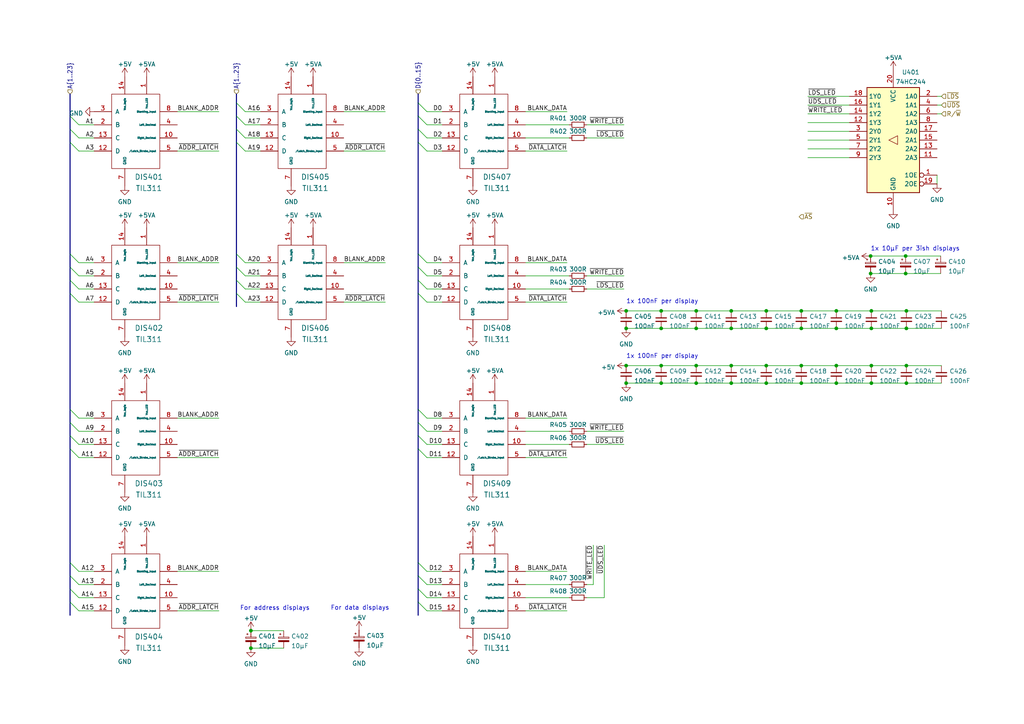
<source format=kicad_sch>
(kicad_sch (version 20210621) (generator eeschema)
  (paper "A4")
  (lib_symbols
    (symbol "74xx:74HC244"
      (property "Reference" "U" (at -7.62 16.51 0))
      (property "Value" "74HC244" (at -7.62 -16.51 0))
      (symbol "74HC244_1_0"
        (polyline (pts (xy 1.27 0) (xy -1.27 1.27) (xy -1.27 -1.27) (xy 1.27 0)) (stroke (width 0.1524)))
        (pin input inverted (at -12.7 -10.16 0) (length 5.08) (name "1OE") (number "1"))
        (pin power_in line (at 0 -20.32 90) (length 5.08) (name "GND") (number "10"))
        (pin input line (at -12.7 -5.08 0) (length 5.08) (name "2A3") (number "11"))
        (pin tri_state line (at 12.7 5.08 180) (length 5.08) (name "1Y3") (number "12"))
        (pin input line (at -12.7 -2.54 0) (length 5.08) (name "2A2") (number "13"))
        (pin tri_state line (at 12.7 7.62 180) (length 5.08) (name "1Y2") (number "14"))
        (pin input line (at -12.7 0 0) (length 5.08) (name "2A1") (number "15"))
        (pin tri_state line (at 12.7 10.16 180) (length 5.08) (name "1Y1") (number "16"))
        (pin input line (at -12.7 2.54 0) (length 5.08) (name "2A0") (number "17"))
        (pin tri_state line (at 12.7 12.7 180) (length 5.08) (name "1Y0") (number "18"))
        (pin input inverted (at -12.7 -12.7 0) (length 5.08) (name "2OE") (number "19"))
        (pin input line (at -12.7 12.7 0) (length 5.08) (name "1A0") (number "2"))
        (pin power_in line (at 0 20.32 270) (length 5.08) (name "VCC") (number "20"))
        (pin tri_state line (at 12.7 2.54 180) (length 5.08) (name "2Y0") (number "3"))
        (pin input line (at -12.7 10.16 0) (length 5.08) (name "1A1") (number "4"))
        (pin tri_state line (at 12.7 0 180) (length 5.08) (name "2Y1") (number "5"))
        (pin input line (at -12.7 7.62 0) (length 5.08) (name "1A2") (number "6"))
        (pin tri_state line (at 12.7 -2.54 180) (length 5.08) (name "2Y2") (number "7"))
        (pin input line (at -12.7 5.08 0) (length 5.08) (name "1A3") (number "8"))
        (pin tri_state line (at 12.7 -5.08 180) (length 5.08) (name "2Y3") (number "9"))
      )
      (symbol "74HC244_1_1"
        (rectangle (start -7.62 15.24) (end 7.62 -15.24) (stroke (width 0.254)) (fill (type background)))
      )
    )
    (symbol "Device:C_Polarized_Small" (pin_numbers hide) (pin_names (offset 0.254) hide)
      (property "Reference" "C" (at 0.254 1.778 0))
      (property "Value" "C_Polarized_Small" (at 0.254 -2.032 0))
      (symbol "C_Polarized_Small_0_1"
        (rectangle (start -1.524 -0.3048) (end 1.524 -0.6858) (fill (type outline)))
        (rectangle (start -1.524 0.6858) (end 1.524 0.3048))
        (polyline (pts (xy -1.27 1.524) (xy -0.762 1.524)))
        (polyline (pts (xy -1.016 1.27) (xy -1.016 1.778)))
      )
      (symbol "C_Polarized_Small_1_1"
        (pin passive line (at 0 2.54 270) (length 1.8542) (name "~") (number "1"))
        (pin passive line (at 0 -2.54 90) (length 1.8542) (name "~") (number "2"))
      )
    )
    (symbol "Device:C_Small" (pin_numbers hide) (pin_names (offset 0.254) hide)
      (property "Reference" "C" (at 0.254 1.778 0))
      (property "Value" "C_Small" (at 0.254 -2.032 0))
      (symbol "C_Small_0_1"
        (polyline (pts (xy -1.524 -0.508) (xy 1.524 -0.508)) (stroke (width 0.3302)))
        (polyline (pts (xy -1.524 0.508) (xy 1.524 0.508)) (stroke (width 0.3048)))
      )
      (symbol "C_Small_1_1"
        (pin passive line (at 0 2.54 270) (length 2.032) (name "~") (number "1"))
        (pin passive line (at 0 -2.54 90) (length 2.032) (name "~") (number "2"))
      )
    )
    (symbol "Device:R_Small" (pin_numbers hide) (pin_names (offset 0.254) hide)
      (property "Reference" "R" (at 0.762 0.508 0))
      (property "Value" "R_Small" (at 0.762 -1.016 0))
      (symbol "R_Small_0_1"
        (rectangle (start -0.762 1.778) (end 0.762 -1.778) (stroke (width 0.2032)))
      )
      (symbol "R_Small_1_1"
        (pin passive line (at 0 2.54 270) (length 0.762) (name "~") (number "1"))
        (pin passive line (at 0 -2.54 90) (length 0.762) (name "~") (number "2"))
      )
    )
    (symbol "led-displays-obsolete:TIL311" (pin_names (offset 1.016))
      (property "Reference" "DIS" (at -16.51 -17.78 0))
      (property "Value" "TIL311" (at 0 0 90))
      (symbol "TIL311_0_1"
        (rectangle (start 7.62 -11.43) (end -6.35 10.16))
      )
      (symbol "TIL311_1_1"
        (pin power_in line (at 3.81 15.24 270) (length 5.08) (name "Vcc_LED") (number "1"))
        (pin output line (at 12.7 -2.54 180) (length 5.08) (name "Right_Decimal") (number "10"))
        (pin input line (at -11.43 -6.35 0) (length 5.08) (name "D") (number "12"))
        (pin input line (at -11.43 -2.54 0) (length 5.08) (name "C") (number "13"))
        (pin power_in line (at -2.54 15.24 270) (length 5.08) (name "Vcc_logic") (number "14"))
        (pin input line (at -11.43 1.27 0) (length 5.08) (name "B") (number "2"))
        (pin input line (at -11.43 5.08 0) (length 5.08) (name "A") (number "3"))
        (pin output line (at 12.7 1.27 180) (length 5.08) (name "Left_Decimal") (number "4"))
        (pin input line (at 12.7 -6.35 180) (length 5.08) (name "/Latch_Strobe_Input") (number "5"))
        (pin power_out line (at -2.54 -16.51 90) (length 5.08) (name "GND") (number "7"))
        (pin input line (at 12.7 5.08 180) (length 5.08) (name "Blanking_Input") (number "8"))
      )
    )
    (symbol "power:+5V" (power) (pin_names (offset 0))
      (property "Value" "+5V" (at 0 3.556 0))
      (symbol "+5V_0_1"
        (polyline (pts (xy -0.762 1.27) (xy 0 2.54)))
        (polyline (pts (xy 0 0) (xy 0 2.54)))
        (polyline (pts (xy 0 2.54) (xy 0.762 1.27)))
      )
      (symbol "+5V_1_1"
        (pin power_in line (at 0 0 90) (length 0) hide (name "+5V") (number "1"))
      )
    )
    (symbol "power:+5VA" (power) (pin_names (offset 0))
      (property "Value" "+5VA" (at 0 3.556 0))
      (symbol "+5VA_0_1"
        (polyline (pts (xy -0.762 1.27) (xy 0 2.54)))
        (polyline (pts (xy 0 0) (xy 0 2.54)))
        (polyline (pts (xy 0 2.54) (xy 0.762 1.27)))
      )
      (symbol "+5VA_1_1"
        (pin power_in line (at 0 0 90) (length 0) hide (name "+5VA") (number "1"))
      )
    )
    (symbol "power:GND" (power) (pin_names (offset 0))
      (property "Value" "GND" (at 0 -3.81 0))
      (symbol "GND_0_1"
        (polyline (pts (xy 0 0) (xy 0 -1.27) (xy 1.27 -1.27) (xy 0 -2.54) (xy -1.27 -1.27) (xy 0 -1.27)))
      )
      (symbol "GND_1_1"
        (pin power_in line (at 0 0 270) (length 0) hide (name "GND") (number "1"))
      )
    )
  )
  (junction (at 191.77 106.045))
  (junction (at 262.89 95.25))
  (junction (at 222.25 106.045))
  (junction (at 252.73 95.25))
  (junction (at 201.93 95.25))
  (junction (at 232.41 95.25))
  (junction (at 262.89 90.17))
  (junction (at 212.09 95.25))
  (junction (at 252.73 111.125))
  (junction (at 212.09 90.17))
  (junction (at 212.09 106.045))
  (junction (at 252.73 90.17))
  (junction (at 181.61 106.045))
  (junction (at 201.93 106.045))
  (junction (at 222.25 111.125))
  (junction (at 181.61 111.125))
  (junction (at 72.771 187.9984))
  (junction (at 242.57 95.25))
  (junction (at 242.57 90.17))
  (junction (at 262.6741 74.2566))
  (junction (at 181.61 95.25))
  (junction (at 222.25 95.25))
  (junction (at 222.25 90.17))
  (junction (at 262.89 106.045))
  (junction (at 72.771 182.9184))
  (junction (at 201.93 111.125))
  (junction (at 212.09 111.125))
  (junction (at 181.61 90.17))
  (junction (at 232.41 106.045))
  (junction (at 191.77 95.25))
  (junction (at 191.77 111.125))
  (junction (at 252.73 106.045))
  (junction (at 262.89 111.125))
  (junction (at 242.57 106.045))
  (junction (at 191.77 90.17))
  (junction (at 252.5141 79.3366))
  (junction (at 201.93 90.17))
  (junction (at 232.41 111.125))
  (junction (at 232.41 90.17))
  (junction (at 242.57 111.125))
  (junction (at 252.5141 74.2566))
  (junction (at 262.6741 79.3366))
  (bus_entry (at 20.32 81.28) (size 2.54 2.54))
  (bus_entry (at 20.32 85.09) (size 2.54 2.54))
  (bus_entry (at 20.32 170.815) (size 2.54 2.54))
  (bus_entry (at 20.32 77.47) (size 2.54 2.54))
  (bus_entry (at 121.285 167.005) (size 2.54 2.54))
  (bus_entry (at 68.58 85.09) (size 2.54 2.54))
  (bus_entry (at 121.285 77.47) (size 2.54 2.54))
  (bus_entry (at 20.32 122.555) (size 2.54 2.54))
  (bus_entry (at 20.32 33.655) (size 2.54 2.54))
  (bus_entry (at 121.285 130.175) (size 2.54 2.54))
  (bus_entry (at 20.32 73.66) (size 2.54 2.54))
  (bus_entry (at 68.58 81.28) (size 2.54 2.54))
  (bus_entry (at 121.285 170.815) (size 2.54 2.54))
  (bus_entry (at 121.285 37.465) (size 2.54 2.54))
  (bus_entry (at 68.58 73.66) (size 2.54 2.54))
  (bus_entry (at 68.58 77.47) (size 2.54 2.54))
  (bus_entry (at 121.285 33.655) (size 2.54 2.54))
  (bus_entry (at 121.285 126.365) (size 2.54 2.54))
  (bus_entry (at 68.58 29.845) (size 2.54 2.54))
  (bus_entry (at 20.32 163.195) (size 2.54 2.54))
  (bus_entry (at 121.285 29.845) (size 2.54 2.54))
  (bus_entry (at 121.285 118.745) (size 2.54 2.54))
  (bus_entry (at 20.32 41.275) (size 2.54 2.54))
  (bus_entry (at 20.32 118.745) (size 2.54 2.54))
  (bus_entry (at 121.285 174.625) (size 2.54 2.54))
  (bus_entry (at 121.285 122.555) (size 2.54 2.54))
  (bus_entry (at 68.58 37.465) (size 2.54 2.54))
  (bus_entry (at 121.285 73.66) (size 2.54 2.54))
  (bus_entry (at 20.32 130.175) (size 2.54 2.54))
  (bus_entry (at 121.285 85.09) (size 2.54 2.54))
  (bus_entry (at 68.58 33.655) (size 2.54 2.54))
  (bus_entry (at 20.32 167.005) (size 2.54 2.54))
  (bus_entry (at 20.32 174.625) (size 2.54 2.54))
  (bus_entry (at 68.58 41.275) (size 2.54 2.54))
  (bus_entry (at 20.32 126.365) (size 2.54 2.54))
  (bus_entry (at 121.285 81.28) (size 2.54 2.54))
  (bus_entry (at 121.285 163.195) (size 2.54 2.54))
  (bus_entry (at 20.32 37.465) (size 2.54 2.54))
  (bus_entry (at 121.285 41.275) (size 2.54 2.54))
  (bus (pts (xy 68.58 27.305) (xy 68.58 29.845)))
  (wire (pts (xy 123.825 43.815) (xy 128.27 43.815)))
  (bus (pts (xy 20.32 33.655) (xy 20.32 37.465)))
  (bus (pts (xy 20.32 41.275) (xy 20.32 73.66)))
  (wire (pts (xy 212.09 95.25) (xy 222.25 95.25)))
  (wire (pts (xy 234.315 30.48) (xy 246.38 30.48)))
  (wire (pts (xy 234.315 27.94) (xy 246.38 27.94)))
  (wire (pts (xy 51.435 121.285) (xy 63.5 121.285)))
  (bus (pts (xy 20.32 130.175) (xy 20.32 163.195)))
  (wire (pts (xy 22.86 36.195) (xy 27.305 36.195)))
  (wire (pts (xy 252.73 95.25) (xy 262.89 95.25)))
  (wire (pts (xy 123.825 87.63) (xy 128.27 87.63)))
  (wire (pts (xy 51.435 177.165) (xy 63.5 177.165)))
  (bus (pts (xy 68.58 73.66) (xy 68.58 77.47)))
  (wire (pts (xy 22.86 128.905) (xy 27.305 128.905)))
  (wire (pts (xy 234.315 38.1) (xy 246.38 38.1)))
  (wire (pts (xy 170.18 173.355) (xy 175.26 173.355)))
  (bus (pts (xy 121.285 122.555) (xy 121.285 126.365)))
  (wire (pts (xy 152.4 87.63) (xy 164.465 87.63)))
  (wire (pts (xy 22.86 76.2) (xy 27.305 76.2)))
  (bus (pts (xy 68.58 81.28) (xy 68.58 85.09)))
  (wire (pts (xy 271.78 27.94) (xy 273.05 27.94)))
  (wire (pts (xy 22.86 177.165) (xy 27.305 177.165)))
  (wire (pts (xy 152.4 177.165) (xy 164.465 177.165)))
  (bus (pts (xy 20.32 174.625) (xy 20.32 178.435)))
  (wire (pts (xy 234.315 40.64) (xy 246.38 40.64)))
  (wire (pts (xy 170.18 80.01) (xy 180.975 80.01)))
  (bus (pts (xy 121.285 81.28) (xy 121.285 85.09)))
  (wire (pts (xy 232.41 90.17) (xy 242.57 90.17)))
  (bus (pts (xy 68.58 85.09) (xy 68.58 88.9)))
  (wire (pts (xy 152.4 32.385) (xy 164.465 32.385)))
  (wire (pts (xy 152.4 132.715) (xy 164.465 132.715)))
  (wire (pts (xy 170.18 83.82) (xy 180.975 83.82)))
  (bus (pts (xy 121.285 163.195) (xy 121.285 167.005)))
  (wire (pts (xy 212.09 106.045) (xy 222.25 106.045)))
  (wire (pts (xy 201.93 106.045) (xy 212.09 106.045)))
  (wire (pts (xy 222.25 106.045) (xy 232.41 106.045)))
  (wire (pts (xy 232.41 106.045) (xy 242.57 106.045)))
  (wire (pts (xy 181.61 106.045) (xy 191.77 106.045)))
  (wire (pts (xy 262.89 106.045) (xy 273.05 106.045)))
  (wire (pts (xy 252.73 106.045) (xy 262.89 106.045)))
  (wire (pts (xy 242.57 106.045) (xy 252.73 106.045)))
  (wire (pts (xy 191.77 106.045) (xy 201.93 106.045)))
  (wire (pts (xy 51.435 132.715) (xy 63.5 132.715)))
  (wire (pts (xy 71.12 32.385) (xy 75.565 32.385)))
  (bus (pts (xy 20.32 167.005) (xy 20.32 170.815)))
  (wire (pts (xy 123.825 80.01) (xy 128.27 80.01)))
  (bus (pts (xy 68.58 77.47) (xy 68.58 81.28)))
  (wire (pts (xy 262.6741 74.2566) (xy 272.8341 74.2566)))
  (wire (pts (xy 252.5141 74.2566) (xy 262.6741 74.2566)))
  (wire (pts (xy 123.825 76.2) (xy 128.27 76.2)))
  (wire (pts (xy 232.41 95.25) (xy 242.57 95.25)))
  (bus (pts (xy 121.285 29.845) (xy 121.285 33.655)))
  (wire (pts (xy 99.695 43.815) (xy 111.76 43.815)))
  (bus (pts (xy 20.32 170.815) (xy 20.32 174.625)))
  (wire (pts (xy 22.86 80.01) (xy 27.305 80.01)))
  (wire (pts (xy 152.4 128.905) (xy 165.1 128.905)))
  (wire (pts (xy 71.12 87.63) (xy 75.565 87.63)))
  (wire (pts (xy 22.86 43.815) (xy 27.305 43.815)))
  (wire (pts (xy 242.57 95.25) (xy 252.73 95.25)))
  (wire (pts (xy 123.825 165.735) (xy 128.27 165.735)))
  (wire (pts (xy 234.315 33.02) (xy 246.38 33.02)))
  (bus (pts (xy 20.32 118.745) (xy 20.32 122.555)))
  (wire (pts (xy 71.12 43.815) (xy 75.565 43.815)))
  (wire (pts (xy 22.86 87.63) (xy 27.305 87.63)))
  (wire (pts (xy 123.825 132.715) (xy 128.27 132.715)))
  (wire (pts (xy 71.12 36.195) (xy 75.565 36.195)))
  (wire (pts (xy 123.825 177.165) (xy 128.27 177.165)))
  (wire (pts (xy 51.435 87.63) (xy 63.5 87.63)))
  (wire (pts (xy 181.61 90.17) (xy 191.77 90.17)))
  (bus (pts (xy 121.285 85.09) (xy 121.285 118.745)))
  (wire (pts (xy 242.57 90.17) (xy 252.73 90.17)))
  (bus (pts (xy 121.285 174.625) (xy 121.285 178.435)))
  (wire (pts (xy 123.825 121.285) (xy 128.27 121.285)))
  (wire (pts (xy 99.695 87.63) (xy 111.76 87.63)))
  (wire (pts (xy 170.18 40.005) (xy 180.975 40.005)))
  (bus (pts (xy 68.58 33.655) (xy 68.58 37.465)))
  (wire (pts (xy 123.825 83.82) (xy 128.27 83.82)))
  (wire (pts (xy 222.25 90.17) (xy 232.41 90.17)))
  (wire (pts (xy 123.825 173.355) (xy 128.27 173.355)))
  (bus (pts (xy 121.285 170.815) (xy 121.285 174.625)))
  (bus (pts (xy 20.32 126.365) (xy 20.32 130.175)))
  (bus (pts (xy 20.32 37.465) (xy 20.32 41.275)))
  (bus (pts (xy 20.32 81.28) (xy 20.32 85.09)))
  (wire (pts (xy 71.12 76.2) (xy 75.565 76.2)))
  (bus (pts (xy 121.285 37.465) (xy 121.285 41.275)))
  (bus (pts (xy 20.32 73.66) (xy 20.32 77.47)))
  (wire (pts (xy 152.4 43.815) (xy 164.465 43.815)))
  (wire (pts (xy 99.695 76.2) (xy 111.76 76.2)))
  (bus (pts (xy 121.285 73.66) (xy 121.285 77.47)))
  (wire (pts (xy 51.435 43.815) (xy 63.5 43.815)))
  (bus (pts (xy 121.285 27.305) (xy 121.285 29.845)))
  (bus (pts (xy 121.285 167.005) (xy 121.285 170.815)))
  (wire (pts (xy 222.25 95.25) (xy 232.41 95.25)))
  (wire (pts (xy 22.86 40.005) (xy 27.305 40.005)))
  (wire (pts (xy 271.78 30.48) (xy 273.05 30.48)))
  (wire (pts (xy 152.4 173.355) (xy 165.1 173.355)))
  (bus (pts (xy 121.285 118.745) (xy 121.285 122.555)))
  (bus (pts (xy 121.285 77.47) (xy 121.285 81.28)))
  (bus (pts (xy 121.285 41.275) (xy 121.285 73.66)))
  (wire (pts (xy 51.435 165.735) (xy 63.5 165.735)))
  (bus (pts (xy 68.58 29.845) (xy 68.58 33.655)))
  (wire (pts (xy 252.73 90.17) (xy 262.89 90.17)))
  (wire (pts (xy 22.86 125.095) (xy 27.305 125.095)))
  (wire (pts (xy 22.86 169.545) (xy 27.305 169.545)))
  (wire (pts (xy 152.4 165.735) (xy 164.465 165.735)))
  (wire (pts (xy 201.93 90.17) (xy 212.09 90.17)))
  (wire (pts (xy 271.78 33.02) (xy 273.05 33.02)))
  (wire (pts (xy 234.315 43.18) (xy 246.38 43.18)))
  (bus (pts (xy 121.285 126.365) (xy 121.285 130.175)))
  (bus (pts (xy 121.285 130.175) (xy 121.285 163.195)))
  (wire (pts (xy 201.93 95.25) (xy 212.09 95.25)))
  (wire (pts (xy 262.89 95.25) (xy 273.05 95.25)))
  (bus (pts (xy 20.32 85.09) (xy 20.32 118.745)))
  (wire (pts (xy 22.86 165.735) (xy 27.305 165.735)))
  (wire (pts (xy 99.695 32.385) (xy 111.76 32.385)))
  (wire (pts (xy 72.771 182.9184) (xy 82.296 182.9184)))
  (wire (pts (xy 152.4 125.095) (xy 165.1 125.095)))
  (wire (pts (xy 152.4 121.285) (xy 164.465 121.285)))
  (wire (pts (xy 191.77 95.25) (xy 201.93 95.25)))
  (wire (pts (xy 123.825 128.905) (xy 128.27 128.905)))
  (wire (pts (xy 252.5141 79.3366) (xy 262.6741 79.3366)))
  (wire (pts (xy 262.6741 79.3366) (xy 272.8341 79.3366)))
  (bus (pts (xy 68.58 37.465) (xy 68.58 41.275)))
  (wire (pts (xy 123.825 125.095) (xy 128.27 125.095)))
  (wire (pts (xy 170.18 125.095) (xy 180.975 125.095)))
  (wire (pts (xy 175.26 158.115) (xy 175.26 173.355)))
  (bus (pts (xy 20.32 122.555) (xy 20.32 126.365)))
  (wire (pts (xy 22.86 173.355) (xy 27.305 173.355)))
  (wire (pts (xy 191.77 90.17) (xy 201.93 90.17)))
  (bus (pts (xy 20.32 77.47) (xy 20.32 81.28)))
  (wire (pts (xy 152.4 76.2) (xy 164.465 76.2)))
  (wire (pts (xy 234.315 45.72) (xy 246.38 45.72)))
  (wire (pts (xy 51.435 76.2) (xy 63.5 76.2)))
  (wire (pts (xy 181.61 95.25) (xy 191.77 95.25)))
  (bus (pts (xy 20.32 163.195) (xy 20.32 167.005)))
  (wire (pts (xy 123.825 169.545) (xy 128.27 169.545)))
  (wire (pts (xy 71.12 80.01) (xy 75.565 80.01)))
  (wire (pts (xy 152.4 80.01) (xy 165.1 80.01)))
  (wire (pts (xy 22.86 83.82) (xy 27.305 83.82)))
  (wire (pts (xy 170.18 128.905) (xy 180.975 128.905)))
  (wire (pts (xy 212.09 90.17) (xy 222.25 90.17)))
  (bus (pts (xy 68.58 41.275) (xy 68.58 73.66)))
  (wire (pts (xy 152.4 169.545) (xy 165.1 169.545)))
  (wire (pts (xy 22.86 132.715) (xy 27.305 132.715)))
  (wire (pts (xy 262.89 90.17) (xy 273.05 90.17)))
  (wire (pts (xy 170.18 36.195) (xy 180.975 36.195)))
  (wire (pts (xy 172.085 169.545) (xy 172.085 158.115)))
  (wire (pts (xy 170.18 169.545) (xy 172.085 169.545)))
  (wire (pts (xy 72.771 187.9984) (xy 82.296 187.9984)))
  (wire (pts (xy 22.86 121.285) (xy 27.305 121.285)))
  (bus (pts (xy 20.32 27.305) (xy 20.32 33.655)))
  (wire (pts (xy 152.4 36.195) (xy 165.1 36.195)))
  (wire (pts (xy 123.825 32.385) (xy 128.27 32.385)))
  (wire (pts (xy 152.4 40.005) (xy 165.1 40.005)))
  (wire (pts (xy 71.12 83.82) (xy 75.565 83.82)))
  (wire (pts (xy 271.78 50.8) (xy 271.78 53.34)))
  (wire (pts (xy 123.825 36.195) (xy 128.27 36.195)))
  (wire (pts (xy 234.315 35.56) (xy 246.38 35.56)))
  (wire (pts (xy 152.4 83.82) (xy 165.1 83.82)))
  (wire (pts (xy 123.825 40.005) (xy 128.27 40.005)))
  (bus (pts (xy 121.285 33.655) (xy 121.285 37.465)))
  (wire (pts (xy 51.435 32.385) (xy 63.5 32.385)))
  (wire (pts (xy 212.09 111.125) (xy 222.25 111.125)))
  (wire (pts (xy 201.93 111.125) (xy 212.09 111.125)))
  (wire (pts (xy 222.25 111.125) (xy 232.41 111.125)))
  (wire (pts (xy 232.41 111.125) (xy 242.57 111.125)))
  (wire (pts (xy 181.61 111.125) (xy 191.77 111.125)))
  (wire (pts (xy 252.73 111.125) (xy 262.89 111.125)))
  (wire (pts (xy 262.89 111.125) (xy 273.05 111.125)))
  (wire (pts (xy 242.57 111.125) (xy 252.73 111.125)))
  (wire (pts (xy 191.77 111.125) (xy 201.93 111.125)))
  (wire (pts (xy 71.12 40.005) (xy 75.565 40.005)))
  (text "1x 10µF per 3ish displays" (at 252.5141 72.9866 0) (effects (font (size 1.27 1.27)) (justify left bottom)))
  (text "1x 100nF per display" (at 181.61 104.14 0) (effects (font (size 1.27 1.27)) (justify left bottom)))
  (text "For address displays" (at 69.596 177.2034 0) (effects (font (size 1.27 1.27)) (justify left bottom)))
  (text "1x 100nF per display" (at 181.61 88.265 0) (effects (font (size 1.27 1.27)) (justify left bottom)))
  (text "For data displays" (at 95.885 177.165 0) (effects (font (size 1.27 1.27)) (justify left bottom)))
  (label "~{DATA_LATCH}" (at 164.465 43.815 180))
  (label "A4" (at 27.305 76.2 180))
  (label "~{ADDR_LATCH}" (at 63.5 43.815 180))
  (label "A22" (at 75.565 83.82 180))
  (label "~{ADDR_LATCH}" (at 111.76 87.63 180))
  (label "D0" (at 128.27 32.385 180))
  (label "A12" (at 27.305 165.735 180))
  (label "~{LDS_LED}" (at 180.975 83.82 180))
  (label "D14" (at 128.27 173.355 180))
  (label "~{ADDR_LATCH}" (at 63.5 87.63 180))
  (label "A16" (at 75.565 32.385 180))
  (label "A7" (at 27.305 87.63 180))
  (label "D3" (at 128.27 43.815 180))
  (label "~{WRITE_LED}" (at 172.085 158.115 270))
  (label "~{WRITE_LED}" (at 180.975 80.01 180))
  (label "D1" (at 128.27 36.195 180))
  (label "A20" (at 75.565 76.2 180))
  (label "~{WRITE_LED}" (at 180.975 36.195 180))
  (label "A6" (at 27.305 83.82 180))
  (label "A11" (at 27.305 132.715 180))
  (label "D8" (at 128.27 121.285 180))
  (label "D2" (at 128.27 40.005 180))
  (label "D10" (at 128.27 128.905 180))
  (label "A5" (at 27.305 80.01 180))
  (label "BLANK_ADDR" (at 63.5 76.2 180))
  (label "A1" (at 27.305 36.195 180))
  (label "~{UDS_LED}" (at 180.975 128.905 180))
  (label "~{DATA_LATCH}" (at 164.465 87.63 180))
  (label "BLANK_ADDR" (at 63.5 165.735 180))
  (label "~{LDS_LED}" (at 180.975 40.005 180))
  (label "D5" (at 128.27 80.01 180))
  (label "D13" (at 128.27 169.545 180))
  (label "BLANK_ADDR" (at 111.76 76.2 180))
  (label "A9" (at 27.305 125.095 180))
  (label "BLANK_DATA" (at 164.465 76.2 180))
  (label "~{DATA_LATCH}" (at 164.465 177.165 180))
  (label "BLANK_ADDR" (at 63.5 32.385 180))
  (label "D9" (at 128.27 125.095 180))
  (label "D6" (at 128.27 83.82 180))
  (label "~{DATA_LATCH}" (at 164.465 132.715 180))
  (label "~{LDS_LED}" (at 234.315 27.94 0))
  (label "~{WRITE_LED}" (at 180.975 125.095 180))
  (label "A13" (at 27.305 169.545 180))
  (label "~{ADDR_LATCH}" (at 63.5 132.715 180))
  (label "BLANK_ADDR" (at 63.5 121.285 180))
  (label "~{ADDR_LATCH}" (at 111.76 43.815 180))
  (label "A10" (at 27.305 128.905 180))
  (label "~{UDS_LED}" (at 234.315 30.48 0))
  (label "A23" (at 75.565 87.63 180))
  (label "D15" (at 128.27 177.165 180))
  (label "A15" (at 27.305 177.165 180))
  (label "~{WRITE_LED}" (at 234.315 33.02 0))
  (label "BLANK_ADDR" (at 111.76 32.385 180))
  (label "D7" (at 128.27 87.63 180))
  (label "D4" (at 128.27 76.2 180))
  (label "BLANK_DATA" (at 164.465 121.285 180))
  (label "~{ADDR_LATCH}" (at 63.5 177.165 180))
  (label "A18" (at 75.565 40.005 180))
  (label "A3" (at 27.305 43.815 180))
  (label "~{UDS_LED}" (at 175.26 158.115 270))
  (label "BLANK_DATA" (at 164.465 32.385 180))
  (label "A21" (at 75.565 80.01 180))
  (label "A19" (at 75.565 43.815 180))
  (label "A8" (at 27.305 121.285 180))
  (label "A2" (at 27.305 40.005 180))
  (label "D11" (at 128.27 132.715 180))
  (label "A14" (at 27.305 173.355 180))
  (label "A17" (at 75.565 36.195 180))
  (label "D12" (at 128.27 165.735 180))
  (label "BLANK_DATA" (at 164.465 165.735 180))
  (hierarchical_label "R{slash}~{W}" (shape input) (at 273.05 33.02 0))
  (hierarchical_label "~{LDS}" (shape input) (at 273.05 27.94 0))
  (hierarchical_label "D{0..15}" (shape input) (at 121.285 27.305 90))
  (hierarchical_label "~{AS}" (shape input) (at 231.775 62.865 0))
  (hierarchical_label "~{UDS}" (shape input) (at 273.05 30.48 0))
  (hierarchical_label "A{1..23}" (shape input) (at 20.32 27.305 90))
  (hierarchical_label "A{1..23}" (shape input) (at 68.58 27.305 90))
  (symbol (lib_id "power:GND") (at 36.195 187.325 0) (unit 1)
    (property "Reference" "#PWR0409" (effects hide))
    (property "Value" "GND" (at 36.195 191.8874 0))
  )
  (symbol (lib_id "led-displays-obsolete:TIL311") (at 139.7 37.465 0) (unit 1)
    (property "Reference" "DIS407" (at 144.145 51.331 0) (effects (font (size 1.524 1.524))))
    (property "Value" "TIL311" (at 144.145 54.61 0) (effects (font (size 1.524 1.524))))
    (property "Footprint" "led-displays-obsolete:TIL311" (effects hide))
  )
  (symbol (lib_id "led-displays-obsolete:TIL311") (at 38.735 37.465 0) (unit 1)
    (property "Reference" "DIS401" (at 43.18 51.331 0) (effects (font (size 1.524 1.524))))
    (property "Value" "TIL311" (at 43.18 54.61 0) (effects (font (size 1.524 1.524))))
    (property "Footprint" "led-displays-obsolete:TIL311" (effects hide))
  )
  (symbol (lib_id "power:+5VA") (at 42.545 155.575 0) (unit 1)
    (property "Reference" "#PWR0413" (effects hide))
    (property "Value" "+5VA" (at 42.545 151.9705 0))
  )
  (symbol (lib_id "power:GND") (at 181.61 95.25 0) (unit 1)
    (property "Reference" "#PWR0439" (effects hide))
    (property "Value" "GND" (at 181.61 99.8124 0))
  )
  (symbol (lib_id "power:+5VA") (at 252.5141 74.2566 90) (unit 1)
    (property "Reference" "#PWR0436" (effects hide))
    (property "Value" "+5VA" (at 249.3391 74.7356 90) (effects (justify left)))
  )
  (symbol (lib_id "power:+5V") (at 72.771 182.9184 0) (unit 1)
    (property "Reference" "#PWR0414" (effects hide))
    (property "Value" "+5V" (at 72.771 179.3139 0))
  )
  (symbol (lib_id "power:GND") (at 181.61 111.125 0) (unit 1)
    (property "Reference" "#PWR0441" (effects hide))
    (property "Value" "GND" (at 181.61 115.6874 0))
  )
  (symbol (lib_id "Device:R_Small") (at 167.64 169.545 90) (unit 1)
    (property "Reference" "R407" (at 161.925 167.64 90))
    (property "Value" "300R" (at 167.64 167.617 90))
    (property "Footprint" "Resistor_SMD:R_0805_2012Metric" (effects hide))
  )
  (symbol (lib_id "Device:R_Small") (at 167.64 36.195 90) (unit 1)
    (property "Reference" "R401" (at 161.925 34.29 90))
    (property "Value" "300R" (at 167.64 34.267 90))
    (property "Footprint" "Resistor_SMD:R_0805_2012Metric" (effects hide))
  )
  (symbol (lib_id "Device:C_Small") (at 252.73 108.585 0) (unit 1)
    (property "Reference" "C422" (at 255.0541 107.6765 0) (effects (justify left)))
    (property "Value" "100nF" (at 255.0541 110.4516 0) (effects (justify left)))
    (property "Footprint" "Capacitor_SMD:C_0805_2012Metric" (effects hide))
  )
  (symbol (lib_id "led-displays-obsolete:TIL311") (at 86.995 81.28 0) (unit 1)
    (property "Reference" "DIS406" (at 91.44 95.146 0) (effects (font (size 1.524 1.524))))
    (property "Value" "TIL311" (at 91.44 98.425 0) (effects (font (size 1.524 1.524))))
    (property "Footprint" "led-displays-obsolete:TIL311" (effects hide))
  )
  (symbol (lib_id "Device:C_Polarized_Small") (at 104.14 185.3026 0) (unit 1)
    (property "Reference" "C403" (at 106.299 184.3941 0) (effects (justify left)))
    (property "Value" "10µF" (at 106.299 187.1692 0) (effects (justify left)))
    (property "Footprint" "Capacitor_Tantalum_SMD:CP_EIA-3528-21_Kemet-B" (effects hide))
    (property "MPN" "TAJB106K025SNJ" (effects hide))
  )
  (symbol (lib_id "Device:C_Small") (at 191.77 92.71 0) (unit 1)
    (property "Reference" "C408" (at 194.0941 91.8015 0) (effects (justify left)))
    (property "Value" "100nF" (at 194.0941 94.5766 0) (effects (justify left)))
    (property "Footprint" "Capacitor_SMD:C_0805_2012Metric" (effects hide))
  )
  (symbol (lib_id "power:GND") (at 36.195 53.975 0) (unit 1)
    (property "Reference" "#PWR0403" (effects hide))
    (property "Value" "GND" (at 36.195 58.5374 0))
  )
  (symbol (lib_id "Device:C_Small") (at 222.25 92.71 0) (unit 1)
    (property "Reference" "C415" (at 224.5741 91.8015 0) (effects (justify left)))
    (property "Value" "100nF" (at 224.5741 94.5766 0) (effects (justify left)))
    (property "Footprint" "Capacitor_SMD:C_0805_2012Metric" (effects hide))
  )
  (symbol (lib_id "power:+5V") (at 84.455 66.04 0) (unit 1)
    (property "Reference" "#PWR0418" (effects hide))
    (property "Value" "+5V" (at 84.455 62.4355 0))
  )
  (symbol (lib_id "Device:R_Small") (at 167.64 173.355 90) (unit 1)
    (property "Reference" "R408" (at 161.925 171.45 90))
    (property "Value" "300R" (at 167.64 171.427 90))
    (property "Footprint" "Resistor_SMD:R_0805_2012Metric" (effects hide))
  )
  (symbol (lib_id "power:+5VA") (at 90.805 22.225 0) (unit 1)
    (property "Reference" "#PWR0420" (effects hide))
    (property "Value" "+5VA" (at 90.805 18.6205 0))
  )
  (symbol (lib_id "led-displays-obsolete:TIL311") (at 38.735 81.28 0) (unit 1)
    (property "Reference" "DIS402" (at 43.18 95.146 0) (effects (font (size 1.524 1.524))))
    (property "Value" "TIL311" (at 43.18 98.425 0) (effects (font (size 1.524 1.524))))
    (property "Footprint" "led-displays-obsolete:TIL311" (effects hide))
  )
  (symbol (lib_id "power:GND") (at 36.195 142.875 0) (unit 1)
    (property "Reference" "#PWR0407" (effects hide))
    (property "Value" "GND" (at 36.195 147.4374 0))
  )
  (symbol (lib_id "power:GND") (at 259.08 60.96 0) (unit 1)
    (property "Reference" "#PWR0443" (effects hide))
    (property "Value" "GND" (at 259.08 65.5224 0))
  )
  (symbol (lib_id "power:GND") (at 84.455 97.79 0) (unit 1)
    (property "Reference" "#PWR0419" (effects hide))
    (property "Value" "GND" (at 84.455 102.3524 0))
  )
  (symbol (lib_id "Device:C_Small") (at 232.41 108.585 0) (unit 1)
    (property "Reference" "C418" (at 234.7341 107.6765 0) (effects (justify left)))
    (property "Value" "100nF" (at 234.7341 110.4516 0) (effects (justify left)))
    (property "Footprint" "Capacitor_SMD:C_0805_2012Metric" (effects hide))
  )
  (symbol (lib_id "power:+5V") (at 181.61 106.045 90) (unit 1)
    (property "Reference" "#PWR0440" (effects hide))
    (property "Value" "+5V" (at 178.435 106.524 90) (effects (justify left)))
  )
  (symbol (lib_id "Device:C_Small") (at 242.57 108.585 0) (unit 1)
    (property "Reference" "C420" (at 244.8941 107.6765 0) (effects (justify left)))
    (property "Value" "100nF" (at 244.8941 110.4516 0) (effects (justify left)))
    (property "Footprint" "Capacitor_SMD:C_0805_2012Metric" (effects hide))
  )
  (symbol (lib_id "74xx:74HC244") (at 259.08 40.64 0) (mirror y) (unit 1)
    (property "Reference" "U401" (at 264.16 20.955 0))
    (property "Value" "74HC244" (at 264.16 23.7301 0))
    (property "Datasheet" "https://assets.nexperia.com/documents/data-sheet/74HC_HCT244.pdf" (effects hide))
  )
  (symbol (lib_id "power:GND") (at 27.305 32.385 270) (unit 1)
    (property "Reference" "#PWR0401" (effects hide))
    (property "Value" "GND" (at 24.13 32.864 90) (effects (justify right)))
  )
  (symbol (lib_id "power:+5V") (at 137.16 22.225 0) (unit 1)
    (property "Reference" "#PWR0424" (effects hide))
    (property "Value" "+5V" (at 137.16 18.6205 0))
  )
  (symbol (lib_id "Device:C_Small") (at 273.05 108.585 0) (unit 1)
    (property "Reference" "C426" (at 275.3741 107.6765 0) (effects (justify left)))
    (property "Value" "100nF" (at 275.3741 110.4516 0) (effects (justify left)))
    (property "Footprint" "Capacitor_SMD:C_0805_2012Metric" (effects hide))
  )
  (symbol (lib_id "power:+5VA") (at 259.08 20.32 0) (unit 1)
    (property "Reference" "#PWR0121" (effects hide))
    (property "Value" "+5VA" (at 259.08 16.7155 0))
  )
  (symbol (lib_id "Device:R_Small") (at 167.64 128.905 90) (unit 1)
    (property "Reference" "R406" (at 161.925 127 90))
    (property "Value" "300R" (at 167.64 126.977 90))
    (property "Footprint" "Resistor_SMD:R_0805_2012Metric" (effects hide))
  )
  (symbol (lib_id "Device:C_Small") (at 252.73 92.71 0) (unit 1)
    (property "Reference" "C421" (at 255.0541 91.8015 0) (effects (justify left)))
    (property "Value" "100nF" (at 255.0541 94.5766 0) (effects (justify left)))
    (property "Footprint" "Capacitor_SMD:C_0805_2012Metric" (effects hide))
  )
  (symbol (lib_id "power:GND") (at 137.16 97.79 0) (unit 1)
    (property "Reference" "#PWR0427" (effects hide))
    (property "Value" "GND" (at 137.16 102.3524 0))
  )
  (symbol (lib_id "power:GND") (at 137.16 187.325 0) (unit 1)
    (property "Reference" "#PWR0431" (effects hide))
    (property "Value" "GND" (at 137.16 191.8874 0))
  )
  (symbol (lib_id "Device:C_Small") (at 212.09 108.585 0) (unit 1)
    (property "Reference" "C414" (at 214.4141 107.6765 0) (effects (justify left)))
    (property "Value" "100nF" (at 214.4141 110.4516 0) (effects (justify left)))
    (property "Footprint" "Capacitor_SMD:C_0805_2012Metric" (effects hide))
  )
  (symbol (lib_id "power:GND") (at 104.14 187.8426 0) (unit 1)
    (property "Reference" "#PWR0423" (effects hide))
    (property "Value" "GND" (at 104.14 192.405 0))
  )
  (symbol (lib_id "power:+5V") (at 36.195 155.575 0) (unit 1)
    (property "Reference" "#PWR0408" (effects hide))
    (property "Value" "+5V" (at 36.195 151.9705 0))
  )
  (symbol (lib_id "Device:C_Polarized_Small") (at 252.5141 76.7966 0) (unit 1)
    (property "Reference" "C404" (at 254.6731 75.8881 0) (effects (justify left)))
    (property "Value" "10µF" (at 254.6731 78.6632 0) (effects (justify left)))
    (property "Footprint" "Capacitor_Tantalum_SMD:CP_EIA-3528-21_Kemet-B" (effects hide))
    (property "MPN" "TAJB106K025SNJ" (effects hide))
  )
  (symbol (lib_id "led-displays-obsolete:TIL311") (at 86.995 37.465 0) (unit 1)
    (property "Reference" "DIS405" (at 91.44 51.331 0) (effects (font (size 1.524 1.524))))
    (property "Value" "TIL311" (at 91.44 54.61 0) (effects (font (size 1.524 1.524))))
    (property "Footprint" "led-displays-obsolete:TIL311" (effects hide))
  )
  (symbol (lib_id "Device:C_Polarized_Small") (at 72.771 185.4584 0) (unit 1)
    (property "Reference" "C401" (at 74.93 184.5499 0) (effects (justify left)))
    (property "Value" "10µF" (at 74.93 187.325 0) (effects (justify left)))
    (property "Footprint" "Capacitor_Tantalum_SMD:CP_EIA-3528-21_Kemet-B" (effects hide))
    (property "MPN" "TAJB106K025SNJ" (effects hide))
  )
  (symbol (lib_id "power:+5VA") (at 181.61 90.17 90) (unit 1)
    (property "Reference" "#PWR0438" (effects hide))
    (property "Value" "+5VA" (at 178.435 90.649 90) (effects (justify left)))
  )
  (symbol (lib_id "led-displays-obsolete:TIL311") (at 38.735 170.815 0) (unit 1)
    (property "Reference" "DIS404" (at 43.18 184.681 0) (effects (font (size 1.524 1.524))))
    (property "Value" "TIL311" (at 43.18 187.96 0) (effects (font (size 1.524 1.524))))
    (property "Footprint" "led-displays-obsolete:TIL311" (effects hide))
  )
  (symbol (lib_id "led-displays-obsolete:TIL311") (at 139.7 170.815 0) (unit 1)
    (property "Reference" "DIS410" (at 144.145 184.681 0) (effects (font (size 1.524 1.524))))
    (property "Value" "TIL311" (at 144.145 187.96 0) (effects (font (size 1.524 1.524))))
    (property "Footprint" "led-displays-obsolete:TIL311" (effects hide))
  )
  (symbol (lib_id "power:+5V") (at 137.16 66.04 0) (unit 1)
    (property "Reference" "#PWR0426" (effects hide))
    (property "Value" "+5V" (at 137.16 62.4355 0))
  )
  (symbol (lib_id "Device:R_Small") (at 167.64 40.005 90) (unit 1)
    (property "Reference" "R402" (at 161.925 38.1 90))
    (property "Value" "300R" (at 167.64 38.077 90))
    (property "Footprint" "Resistor_SMD:R_0805_2012Metric" (effects hide))
  )
  (symbol (lib_id "Device:R_Small") (at 167.64 80.01 90) (unit 1)
    (property "Reference" "R403" (at 161.925 78.105 90))
    (property "Value" "300R" (at 167.64 78.082 90))
    (property "Footprint" "Resistor_SMD:R_0805_2012Metric" (effects hide))
  )
  (symbol (lib_id "power:GND") (at 137.16 53.975 0) (unit 1)
    (property "Reference" "#PWR0425" (effects hide))
    (property "Value" "GND" (at 137.16 58.5374 0))
  )
  (symbol (lib_id "led-displays-obsolete:TIL311") (at 38.735 126.365 0) (unit 1)
    (property "Reference" "DIS403" (at 43.18 140.231 0) (effects (font (size 1.524 1.524))))
    (property "Value" "TIL311" (at 43.18 143.51 0) (effects (font (size 1.524 1.524))))
    (property "Footprint" "led-displays-obsolete:TIL311" (effects hide))
  )
  (symbol (lib_id "power:+5V") (at 137.16 111.125 0) (unit 1)
    (property "Reference" "#PWR0428" (effects hide))
    (property "Value" "+5V" (at 137.16 107.5205 0))
  )
  (symbol (lib_id "Device:C_Small") (at 242.57 92.71 0) (unit 1)
    (property "Reference" "C419" (at 244.8941 91.8015 0) (effects (justify left)))
    (property "Value" "100nF" (at 244.8941 94.5766 0) (effects (justify left)))
    (property "Footprint" "Capacitor_SMD:C_0805_2012Metric" (effects hide))
  )
  (symbol (lib_id "power:+5V") (at 36.195 66.04 0) (unit 1)
    (property "Reference" "#PWR0404" (effects hide))
    (property "Value" "+5V" (at 36.195 62.4355 0))
  )
  (symbol (lib_id "Device:C_Small") (at 262.89 92.71 0) (unit 1)
    (property "Reference" "C423" (at 265.2141 91.8015 0) (effects (justify left)))
    (property "Value" "100nF" (at 265.2141 94.5766 0) (effects (justify left)))
    (property "Footprint" "Capacitor_SMD:C_0805_2012Metric" (effects hide))
  )
  (symbol (lib_id "Device:C_Small") (at 212.09 92.71 0) (unit 1)
    (property "Reference" "C413" (at 214.4141 91.8015 0) (effects (justify left)))
    (property "Value" "100nF" (at 214.4141 94.5766 0) (effects (justify left)))
    (property "Footprint" "Capacitor_SMD:C_0805_2012Metric" (effects hide))
  )
  (symbol (lib_id "Device:C_Small") (at 191.77 108.585 0) (unit 1)
    (property "Reference" "C409" (at 194.0941 107.6765 0) (effects (justify left)))
    (property "Value" "100nF" (at 194.0941 110.4516 0) (effects (justify left)))
    (property "Footprint" "Capacitor_SMD:C_0805_2012Metric" (effects hide))
  )
  (symbol (lib_id "power:+5VA") (at 90.805 66.04 0) (unit 1)
    (property "Reference" "#PWR0421" (effects hide))
    (property "Value" "+5VA" (at 90.805 62.4355 0))
  )
  (symbol (lib_id "power:+5V") (at 84.455 22.225 0) (unit 1)
    (property "Reference" "#PWR0416" (effects hide))
    (property "Value" "+5V" (at 84.455 18.6205 0))
  )
  (symbol (lib_id "power:+5VA") (at 143.51 22.225 0) (unit 1)
    (property "Reference" "#PWR0432" (effects hide))
    (property "Value" "+5VA" (at 143.51 18.6205 0))
  )
  (symbol (lib_id "Device:C_Small") (at 181.61 108.585 0) (unit 1)
    (property "Reference" "C406" (at 183.9341 107.6765 0) (effects (justify left)))
    (property "Value" "100nF" (at 183.9341 110.4516 0) (effects (justify left)))
    (property "Footprint" "Capacitor_SMD:C_0805_2012Metric" (effects hide))
  )
  (symbol (lib_id "Device:C_Small") (at 273.05 92.71 0) (unit 1)
    (property "Reference" "C425" (at 275.3741 91.8015 0) (effects (justify left)))
    (property "Value" "100nF" (at 275.3741 94.5766 0) (effects (justify left)))
    (property "Footprint" "Capacitor_SMD:C_0805_2012Metric" (effects hide))
  )
  (symbol (lib_id "power:GND") (at 72.771 187.9984 0) (unit 1)
    (property "Reference" "#PWR0415" (effects hide))
    (property "Value" "GND" (at 72.771 192.5608 0))
  )
  (symbol (lib_id "Device:C_Polarized_Small") (at 82.296 185.4584 0) (unit 1)
    (property "Reference" "C402" (at 84.455 184.5499 0) (effects (justify left)))
    (property "Value" "10µF" (at 84.455 187.325 0) (effects (justify left)))
    (property "Footprint" "Capacitor_Tantalum_SMD:CP_EIA-3528-21_Kemet-B" (effects hide))
    (property "MPN" "TAJB106K025SNJ" (effects hide))
  )
  (symbol (lib_id "power:GND") (at 36.195 97.79 0) (unit 1)
    (property "Reference" "#PWR0405" (effects hide))
    (property "Value" "GND" (at 36.195 102.3524 0))
  )
  (symbol (lib_id "Device:C_Small") (at 201.93 92.71 0) (unit 1)
    (property "Reference" "C411" (at 204.2541 91.8015 0) (effects (justify left)))
    (property "Value" "100nF" (at 204.2541 94.5766 0) (effects (justify left)))
    (property "Footprint" "Capacitor_SMD:C_0805_2012Metric" (effects hide))
  )
  (symbol (lib_id "Device:C_Small") (at 201.93 108.585 0) (unit 1)
    (property "Reference" "C412" (at 204.2541 107.6765 0) (effects (justify left)))
    (property "Value" "100nF" (at 204.2541 110.4516 0) (effects (justify left)))
    (property "Footprint" "Capacitor_SMD:C_0805_2012Metric" (effects hide))
  )
  (symbol (lib_id "power:+5VA") (at 42.545 111.125 0) (unit 1)
    (property "Reference" "#PWR0412" (effects hide))
    (property "Value" "+5VA" (at 42.545 107.5205 0))
  )
  (symbol (lib_id "Device:C_Small") (at 222.25 108.585 0) (unit 1)
    (property "Reference" "C416" (at 224.5741 107.6765 0) (effects (justify left)))
    (property "Value" "100nF" (at 224.5741 110.4516 0) (effects (justify left)))
    (property "Footprint" "Capacitor_SMD:C_0805_2012Metric" (effects hide))
  )
  (symbol (lib_id "power:GND") (at 137.16 142.875 0) (unit 1)
    (property "Reference" "#PWR0429" (effects hide))
    (property "Value" "GND" (at 137.16 147.4374 0))
  )
  (symbol (lib_id "Device:C_Small") (at 181.61 92.71 0) (unit 1)
    (property "Reference" "C405" (at 183.9341 91.8015 0) (effects (justify left)))
    (property "Value" "100nF" (at 183.9341 94.5766 0) (effects (justify left)))
    (property "Footprint" "Capacitor_SMD:C_0805_2012Metric" (effects hide))
  )
  (symbol (lib_id "power:+5VA") (at 143.51 111.125 0) (unit 1)
    (property "Reference" "#PWR0434" (effects hide))
    (property "Value" "+5VA" (at 143.51 107.5205 0))
  )
  (symbol (lib_id "power:+5V") (at 36.195 111.125 0) (unit 1)
    (property "Reference" "#PWR0406" (effects hide))
    (property "Value" "+5V" (at 36.195 107.5205 0))
  )
  (symbol (lib_id "power:+5V") (at 36.195 22.225 0) (unit 1)
    (property "Reference" "#PWR0402" (effects hide))
    (property "Value" "+5V" (at 36.195 18.6205 0))
  )
  (symbol (lib_id "led-displays-obsolete:TIL311") (at 139.7 126.365 0) (unit 1)
    (property "Reference" "DIS409" (at 144.145 140.231 0) (effects (font (size 1.524 1.524))))
    (property "Value" "TIL311" (at 144.145 143.51 0) (effects (font (size 1.524 1.524))))
    (property "Footprint" "led-displays-obsolete:TIL311" (effects hide))
  )
  (symbol (lib_id "led-displays-obsolete:TIL311") (at 139.7 81.28 0) (unit 1)
    (property "Reference" "DIS408" (at 144.145 95.146 0) (effects (font (size 1.524 1.524))))
    (property "Value" "TIL311" (at 144.145 98.425 0) (effects (font (size 1.524 1.524))))
    (property "Footprint" "led-displays-obsolete:TIL311" (effects hide))
  )
  (symbol (lib_id "Device:R_Small") (at 167.64 83.82 90) (unit 1)
    (property "Reference" "R404" (at 161.925 81.915 90))
    (property "Value" "300R" (at 167.64 81.892 90))
    (property "Footprint" "Resistor_SMD:R_0805_2012Metric" (effects hide))
  )
  (symbol (lib_id "Device:C_Small") (at 232.41 92.71 0) (unit 1)
    (property "Reference" "C417" (at 234.7341 91.8015 0) (effects (justify left)))
    (property "Value" "100nF" (at 234.7341 94.5766 0) (effects (justify left)))
    (property "Footprint" "Capacitor_SMD:C_0805_2012Metric" (effects hide))
  )
  (symbol (lib_id "power:+5VA") (at 143.51 66.04 0) (unit 1)
    (property "Reference" "#PWR0433" (effects hide))
    (property "Value" "+5VA" (at 143.51 62.4355 0))
  )
  (symbol (lib_id "power:+5VA") (at 42.545 66.04 0) (unit 1)
    (property "Reference" "#PWR0411" (effects hide))
    (property "Value" "+5VA" (at 42.545 62.4355 0))
  )
  (symbol (lib_id "Device:C_Small") (at 262.89 108.585 0) (unit 1)
    (property "Reference" "C424" (at 265.2141 107.6765 0) (effects (justify left)))
    (property "Value" "100nF" (at 265.2141 110.4516 0) (effects (justify left)))
    (property "Footprint" "Capacitor_SMD:C_0805_2012Metric" (effects hide))
  )
  (symbol (lib_id "power:+5V") (at 137.16 155.575 0) (unit 1)
    (property "Reference" "#PWR0430" (effects hide))
    (property "Value" "+5V" (at 137.16 151.9705 0))
  )
  (symbol (lib_id "Device:R_Small") (at 167.64 125.095 90) (unit 1)
    (property "Reference" "R405" (at 161.925 123.19 90))
    (property "Value" "300R" (at 167.64 123.167 90))
    (property "Footprint" "Resistor_SMD:R_0805_2012Metric" (effects hide))
  )
  (symbol (lib_id "power:+5VA") (at 42.545 22.225 0) (unit 1)
    (property "Reference" "#PWR0410" (effects hide))
    (property "Value" "+5VA" (at 42.545 18.6205 0))
  )
  (symbol (lib_id "power:GND") (at 271.78 53.34 0) (unit 1)
    (property "Reference" "#PWR0444" (effects hide))
    (property "Value" "GND" (at 271.78 57.9024 0))
  )
  (symbol (lib_id "power:GND") (at 252.5141 79.3366 0) (unit 1)
    (property "Reference" "#PWR0437" (effects hide))
    (property "Value" "GND" (at 252.5141 83.899 0))
  )
  (symbol (lib_id "power:GND") (at 84.455 53.975 0) (unit 1)
    (property "Reference" "#PWR0417" (effects hide))
    (property "Value" "GND" (at 84.455 58.5374 0))
  )
  (symbol (lib_id "Device:C_Polarized_Small") (at 272.8341 76.7966 0) (unit 1)
    (property "Reference" "C410" (at 274.9931 75.8881 0) (effects (justify left)))
    (property "Value" "10µF" (at 274.9931 78.6632 0) (effects (justify left)))
    (property "Footprint" "Capacitor_Tantalum_SMD:CP_EIA-3528-21_Kemet-B" (effects hide))
    (property "MPN" "TAJB106K025SNJ" (effects hide))
  )
  (symbol (lib_id "power:+5V") (at 104.14 182.7626 0) (unit 1)
    (property "Reference" "#PWR0422" (effects hide))
    (property "Value" "+5V" (at 104.14 179.1581 0))
  )
  (symbol (lib_id "Device:C_Polarized_Small") (at 262.6741 76.7966 0) (unit 1)
    (property "Reference" "C407" (at 264.8331 75.8881 0) (effects (justify left)))
    (property "Value" "10µF" (at 264.8331 78.6632 0) (effects (justify left)))
    (property "Footprint" "Capacitor_Tantalum_SMD:CP_EIA-3528-21_Kemet-B" (effects hide))
    (property "MPN" "TAJB106K025SNJ" (effects hide))
  )
  (symbol (lib_id "power:+5VA") (at 143.51 155.575 0) (unit 1)
    (property "Reference" "#PWR0435" (effects hide))
    (property "Value" "+5VA" (at 143.51 151.9705 0))
  )
)
</source>
